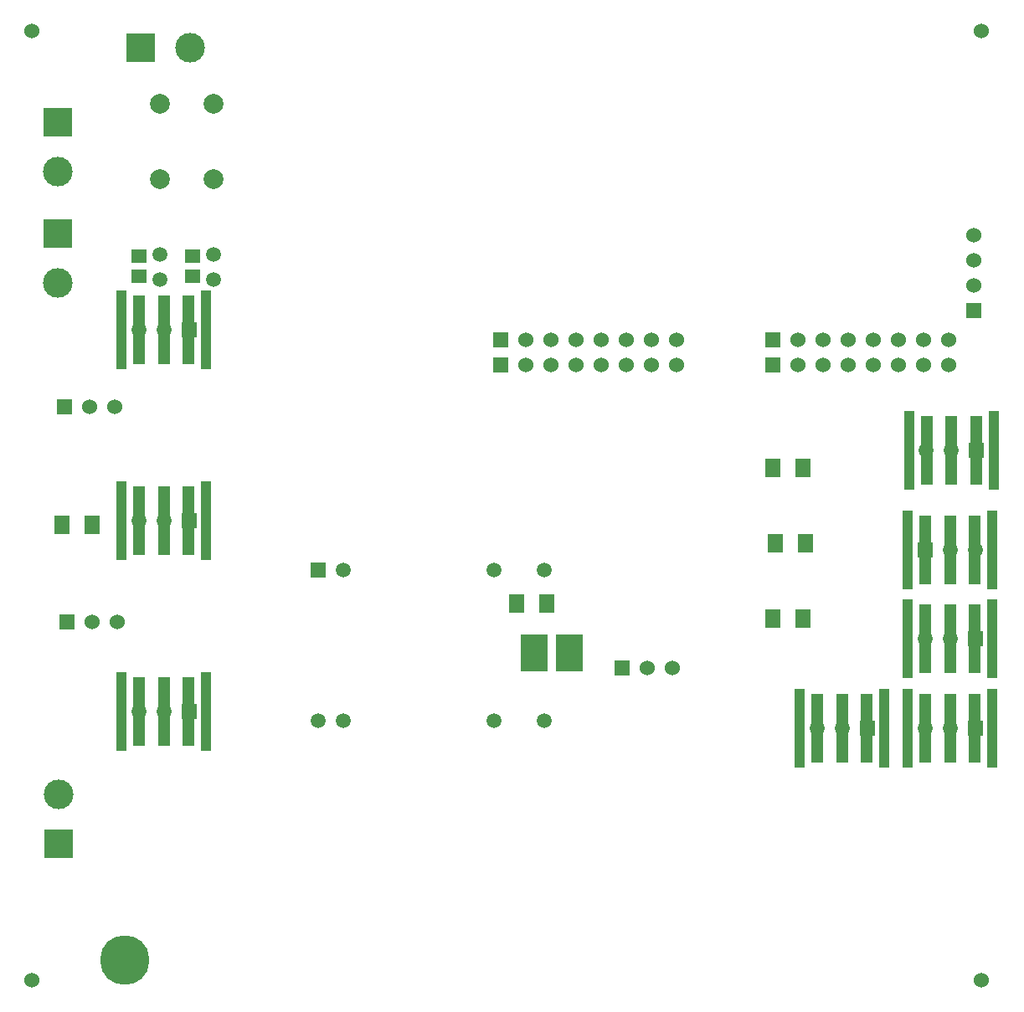
<source format=gbr>
G04 Layer_Color=255*
%FSLAX25Y25*%
%MOIN*%
%TF.FileFunction,Pads,Top*%
%TF.Part,Single*%
G01*
G75*
%TA.AperFunction,SMDPad,CuDef*%
%ADD10R,0.05905X0.07480*%
%ADD11R,0.10709X0.14843*%
%ADD12R,0.04882X0.27559*%
%ADD13R,0.04331X0.31496*%
%TA.AperFunction,ConnectorPad*%
%ADD14R,0.04882X0.27559*%
%ADD15R,0.04331X0.31496*%
%TA.AperFunction,SMDPad,CuDef*%
%ADD16R,0.05905X0.05512*%
%TA.AperFunction,ComponentPad*%
%ADD25R,0.06000X0.06000*%
%ADD26C,0.06000*%
%TA.AperFunction,WasherPad*%
%ADD27C,0.06000*%
%TA.AperFunction,ViaPad*%
%ADD28C,0.19685*%
%TA.AperFunction,ComponentPad*%
%ADD29R,0.11811X0.11811*%
%ADD30C,0.11811*%
%ADD31R,0.11811X0.11811*%
%ADD32C,0.05905*%
%ADD33R,0.05905X0.05905*%
%ADD34R,0.06000X0.06000*%
%ADD35R,0.05905X0.05905*%
%ADD36C,0.07874*%
D10*
X31702Y161800D02*
D03*
X19498D02*
D03*
X212702Y130300D02*
D03*
X200498D02*
D03*
X302498Y184268D02*
D03*
X314702D02*
D03*
X303498Y154300D02*
D03*
X315702D02*
D03*
X302498Y124300D02*
D03*
X314702D02*
D03*
D11*
X221568Y110800D02*
D03*
X207631D02*
D03*
D12*
X60100Y239300D02*
D03*
X69943D02*
D03*
X50258D02*
D03*
X60100Y163350D02*
D03*
X69943D02*
D03*
X50258D02*
D03*
X60100Y87400D02*
D03*
X69943D02*
D03*
X50258D02*
D03*
X330100Y80800D02*
D03*
X339943D02*
D03*
X320258D02*
D03*
D13*
X43151Y239300D02*
D03*
X77049D02*
D03*
X43151Y163350D02*
D03*
X77049D02*
D03*
X43151Y87400D02*
D03*
X77049D02*
D03*
X313151Y80800D02*
D03*
X347049D02*
D03*
D14*
X373700Y191300D02*
D03*
X383543D02*
D03*
X363858D02*
D03*
X373100Y151800D02*
D03*
X363257D02*
D03*
X382942D02*
D03*
X373100Y80800D02*
D03*
X382942D02*
D03*
X363257D02*
D03*
X373100Y116341D02*
D03*
X382942D02*
D03*
X363257D02*
D03*
D15*
X356751Y191300D02*
D03*
X390649D02*
D03*
X390048Y151800D02*
D03*
X356151D02*
D03*
X356151Y80800D02*
D03*
X390049D02*
D03*
X356151Y116341D02*
D03*
X390049D02*
D03*
D16*
X50100Y260863D02*
D03*
Y268737D02*
D03*
X71600Y260863D02*
D03*
Y268737D02*
D03*
D25*
X382600Y246900D02*
D03*
D26*
Y256900D02*
D03*
Y266900D02*
D03*
Y276900D02*
D03*
X214100Y235300D02*
D03*
X204100D02*
D03*
X264100D02*
D03*
X254100D02*
D03*
X244100D02*
D03*
X234100D02*
D03*
X224100D02*
D03*
X214100Y225300D02*
D03*
X204100D02*
D03*
X264100D02*
D03*
X254100D02*
D03*
X244100D02*
D03*
X234100D02*
D03*
X224100D02*
D03*
X322600D02*
D03*
X312600D02*
D03*
X372600D02*
D03*
X362600D02*
D03*
X352600D02*
D03*
X342600D02*
D03*
X332600D02*
D03*
X322600Y235300D02*
D03*
X312600D02*
D03*
X372600D02*
D03*
X362600D02*
D03*
X352600D02*
D03*
X342600D02*
D03*
X332600D02*
D03*
X252600Y104800D02*
D03*
X262600D02*
D03*
X31584Y123000D02*
D03*
X41584D02*
D03*
X30600Y208800D02*
D03*
X40600D02*
D03*
D27*
X7600Y358253D02*
D03*
X385553D02*
D03*
Y-19700D02*
D03*
X7600D02*
D03*
D28*
X44700Y-11600D02*
D03*
D29*
X18100Y34558D02*
D03*
X17866Y322143D02*
D03*
Y277642D02*
D03*
D30*
X18100Y54242D02*
D03*
X70655Y351800D02*
D03*
X17866Y302457D02*
D03*
Y257958D02*
D03*
D31*
X50970Y351800D02*
D03*
D32*
X50100Y239300D02*
D03*
X60100D02*
D03*
X50100Y163350D02*
D03*
X60100D02*
D03*
X50100Y87400D02*
D03*
X60100D02*
D03*
X363700Y191300D02*
D03*
X373700D02*
D03*
X383100Y151800D02*
D03*
X373100D02*
D03*
X320100Y80800D02*
D03*
X330100D02*
D03*
X363100Y80800D02*
D03*
X373100D02*
D03*
X363100Y116341D02*
D03*
X373100D02*
D03*
X211700Y143700D02*
D03*
X191700D02*
D03*
X131700D02*
D03*
X121700Y83700D02*
D03*
X211700D02*
D03*
X191700D02*
D03*
X131700D02*
D03*
X58479Y269300D02*
D03*
Y259300D02*
D03*
X79979Y269300D02*
D03*
Y259300D02*
D03*
D33*
X70100Y239300D02*
D03*
Y163350D02*
D03*
Y87400D02*
D03*
X383700Y191300D02*
D03*
X363100Y151800D02*
D03*
X340100Y80800D02*
D03*
X383100Y80800D02*
D03*
Y116341D02*
D03*
D34*
X194100Y235300D02*
D03*
Y225300D02*
D03*
X302600D02*
D03*
Y235300D02*
D03*
X242600Y104800D02*
D03*
X21584Y123000D02*
D03*
X20600Y208800D02*
D03*
D35*
X121700Y143700D02*
D03*
D36*
X58479Y329300D02*
D03*
Y299300D02*
D03*
X79979Y329300D02*
D03*
Y299300D02*
D03*
%TF.MD5,cb7ce02c3feb3090de80eee3fc482228*%
M02*

</source>
